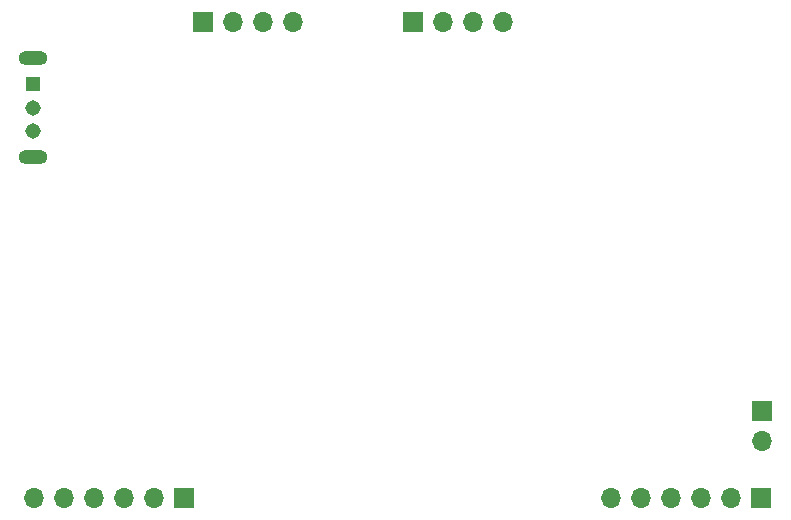
<source format=gbs>
%TF.GenerationSoftware,KiCad,Pcbnew,7.0.1*%
%TF.CreationDate,2023-04-23T16:19:42+02:00*%
%TF.ProjectId,ED060SC4_SPI_driver_board,45443036-3053-4433-945f-5350495f6472,rev?*%
%TF.SameCoordinates,Original*%
%TF.FileFunction,Soldermask,Bot*%
%TF.FilePolarity,Negative*%
%FSLAX46Y46*%
G04 Gerber Fmt 4.6, Leading zero omitted, Abs format (unit mm)*
G04 Created by KiCad (PCBNEW 7.0.1) date 2023-04-23 16:19:42*
%MOMM*%
%LPD*%
G01*
G04 APERTURE LIST*
%ADD10R,1.700000X1.700000*%
%ADD11O,1.700000X1.700000*%
%ADD12R,1.308000X1.308000*%
%ADD13C,1.308000*%
%ADD14O,2.460000X1.230000*%
G04 APERTURE END LIST*
D10*
%TO.C,J6*%
X114000000Y-84210000D03*
D11*
X114000000Y-86750000D03*
%TD*%
D10*
%TO.C,J5*%
X113910000Y-91500000D03*
D11*
X111370000Y-91500000D03*
X108830000Y-91500000D03*
X106290000Y-91500000D03*
X103750000Y-91500000D03*
X101210000Y-91500000D03*
%TD*%
D10*
%TO.C,J3*%
X84420000Y-51250000D03*
D11*
X86960000Y-51250000D03*
X89500000Y-51250000D03*
X92040000Y-51250000D03*
%TD*%
D12*
%TO.C,SW1*%
X52312500Y-56500000D03*
D13*
X52312500Y-58500000D03*
X52312500Y-60500000D03*
D14*
X52312500Y-54300000D03*
X52312500Y-62700000D03*
%TD*%
D10*
%TO.C,J2*%
X65043200Y-91500000D03*
D11*
X62503200Y-91500000D03*
X59963200Y-91500000D03*
X57423200Y-91500000D03*
X54883200Y-91500000D03*
X52343200Y-91500000D03*
%TD*%
D10*
%TO.C,J4*%
X66700000Y-51225000D03*
D11*
X69240000Y-51225000D03*
X71780000Y-51225000D03*
X74320000Y-51225000D03*
%TD*%
M02*

</source>
